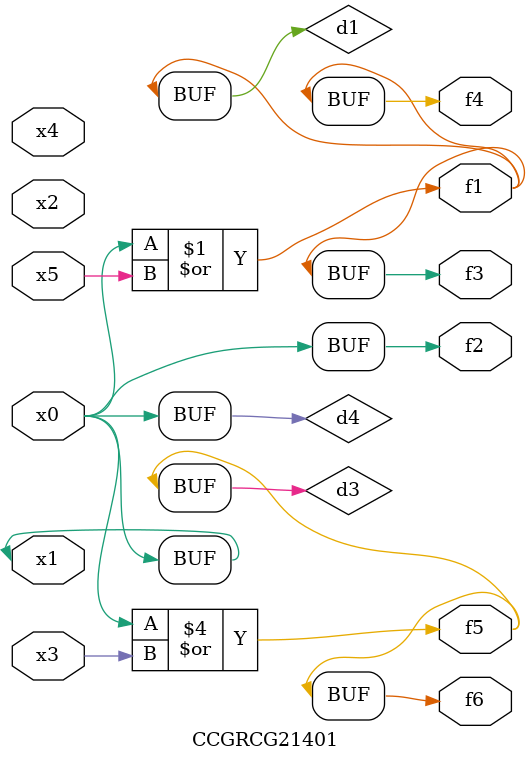
<source format=v>
module CCGRCG21401(
	input x0, x1, x2, x3, x4, x5,
	output f1, f2, f3, f4, f5, f6
);

	wire d1, d2, d3, d4;

	or (d1, x0, x5);
	xnor (d2, x1, x4);
	or (d3, x0, x3);
	buf (d4, x0, x1);
	assign f1 = d1;
	assign f2 = d4;
	assign f3 = d1;
	assign f4 = d1;
	assign f5 = d3;
	assign f6 = d3;
endmodule

</source>
